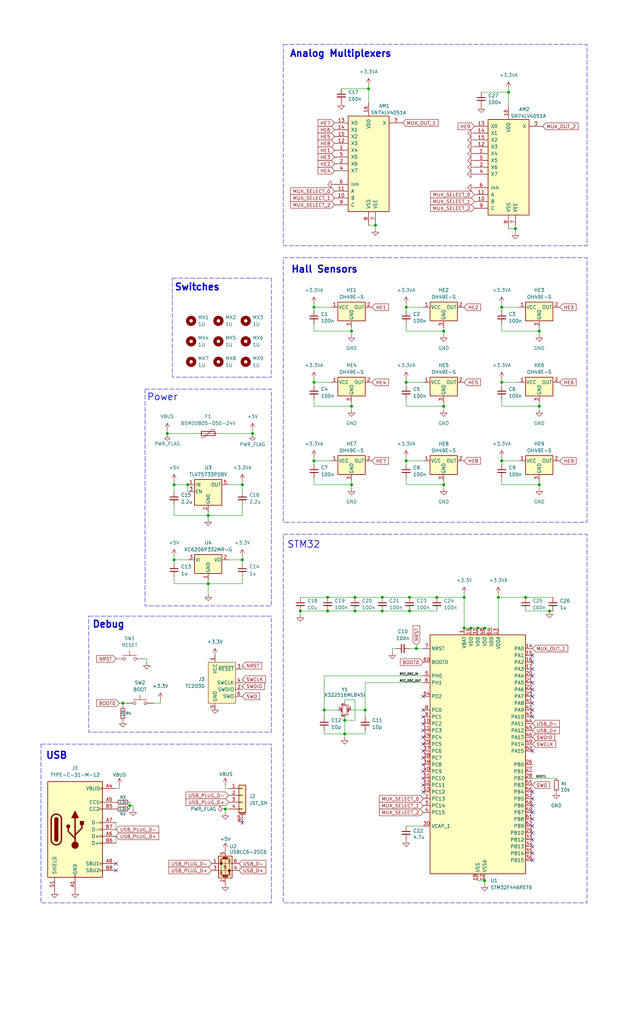
<source format=kicad_sch>
(kicad_sch (version 20250114) (generator "eeschema") (generator_version "9.0")
  (paper "User" 233.68 381)
  (rectangle (start 105.41 95.885) (end 218.44 194.31) (stroke (width 0) (type dash)))
  (rectangle (start 33.02 229.235) (end 100.965 272.415) (stroke (width 0) (type dash)))
  (rectangle (start 105.41 16.51) (end 218.44 91.44) (stroke (width 0) (type dash)))
  (rectangle (start 15.24 276.86) (end 100.965 335.915) (stroke (width 0) (type dash)))
  (rectangle (start 64.135 103.505) (end 100.965 140.335) (stroke (width 0) (type dash)))
  (rectangle (start 105.41 198.755) (end 218.44 335.915) (stroke (width 0) (type dash)))
  (rectangle (start 53.975 144.78) (end 100.965 225.425) (stroke (width 0) (type dash)))
  (text "Analog Multiplexers" (at 107.696 20.066 0) (effects (font (size 2.54 2.54) (thickness 0.508) (bold yes)) (justify left)))
  (text "STM32" (at 113.03 202.692 0) (effects (font (size 2.54 2.54) (thickness 0.254) (bold yes))))
  (text "USB" (at 21.082 281.178 0) (effects (font (size 2.54 2.54) (thickness 0.508) (bold yes))))
  (text "Power" (at 60.452 147.828 0) (effects (font (size 2.54 2.54) (thickness 0.254) (bold yes))))
  (text "Switches" (at 73.406 106.934 0) (effects (font (size 2.54 2.54) (thickness 0.508) (bold yes))))
  (text "Hall Sensors" (at 108.204 100.33 0) (effects (font (size 2.54 2.54) (thickness 0.508) (bold yes)) (justify left)))
  (text "Debug" (at 40.386 232.41 0) (effects (font (size 2.54 2.54) (thickness 0.508) (bold yes))))
  (junction (at 191.77 85.09))
  (junction (at 186.69 114.3))
  (junction (at 128.27 267.97))
  (junction (at 93.98 161.29))
  (junction (at 185.42 222.25))
  (junction (at 45.72 261.62))
  (junction (at 130.81 180.34))
  (junction (at 172.72 233.68))
  (junction (at 77.47 217.17))
  (junction (at 120.65 264.16))
  (junction (at 139.7 83.82))
  (junction (at 48.26 299.72))
  (junction (at 111.76 227.33))
  (junction (at 180.34 233.68))
  (junction (at 62.23 161.29))
  (junction (at 83.82 300.99))
  (junction (at 130.81 123.19))
  (junction (at 195.58 222.25))
  (junction (at 152.4 222.25))
  (junction (at 152.4 227.33))
  (junction (at 132.08 227.33))
  (junction (at 90.17 208.28))
  (junction (at 177.8 233.68))
  (junction (at 172.72 222.25))
  (junction (at 186.69 171.45))
  (junction (at 142.24 227.33))
  (junction (at 200.66 123.19))
  (junction (at 175.26 233.68))
  (junction (at 130.81 151.13))
  (junction (at 204.47 227.33))
  (junction (at 116.84 171.45))
  (junction (at 165.1 151.13))
  (junction (at 180.34 327.66))
  (junction (at 162.56 222.25))
  (junction (at 77.47 191.77))
  (junction (at 132.08 222.25))
  (junction (at 154.94 241.3))
  (junction (at 200.66 151.13))
  (junction (at 137.16 33.02))
  (junction (at 135.89 264.16))
  (junction (at 165.1 123.19))
  (junction (at 151.13 142.24))
  (junction (at 116.84 114.3))
  (junction (at 189.23 34.29))
  (junction (at 151.13 114.3))
  (junction (at 128.27 273.05))
  (junction (at 186.69 142.24))
  (junction (at 151.13 171.45))
  (junction (at 64.77 208.28))
  (junction (at 200.66 180.34))
  (junction (at 142.24 222.25))
  (junction (at 121.92 222.25))
  (junction (at 121.92 227.33))
  (junction (at 64.77 180.34))
  (junction (at 69.85 180.34))
  (junction (at 116.84 142.24))
  (junction (at 165.1 180.34))
  (junction (at 90.17 180.34))
  (no_connect (at 157.48 281.94))
  (no_connect (at 198.12 317.5))
  (no_connect (at 198.12 307.34))
  (no_connect (at 198.12 309.88))
  (no_connect (at 157.48 279.4))
  (no_connect (at 198.12 248.92))
  (no_connect (at 198.12 259.08))
  (no_connect (at 198.12 312.42))
  (no_connect (at 198.12 279.4))
  (no_connect (at 157.48 276.86))
  (no_connect (at 198.12 264.16))
  (no_connect (at 157.48 274.32))
  (no_connect (at 198.12 320.04))
  (no_connect (at 198.12 256.54))
  (no_connect (at 198.12 294.64))
  (no_connect (at 198.12 299.72))
  (no_connect (at 90.17 306.07))
  (no_connect (at 43.18 321.31))
  (no_connect (at 198.12 243.84))
  (no_connect (at 43.18 323.85))
  (no_connect (at 198.12 261.62))
  (no_connect (at 157.48 269.24))
  (no_connect (at 198.12 302.26))
  (no_connect (at 157.48 266.7))
  (no_connect (at 157.48 289.56))
  (no_connect (at 157.48 259.08))
  (no_connect (at 157.48 292.1))
  (no_connect (at 198.12 266.7))
  (no_connect (at 198.12 254))
  (no_connect (at 157.48 271.78))
  (no_connect (at 198.12 251.46))
  (no_connect (at 198.12 314.96))
  (no_connect (at 198.12 304.8))
  (no_connect (at 198.12 246.38))
  (no_connect (at 157.48 294.64))
  (no_connect (at 157.48 284.48))
  (no_connect (at 198.12 297.18))
  (no_connect (at 157.48 264.16))
  (no_connect (at 157.48 287.02))
  (wire (pts (xy 130.81 180.34) (xy 130.81 179.07)))
  (wire (pts (xy 116.84 170.18) (xy 116.84 171.45)))
  (wire (pts (xy 177.8 327.66) (xy 180.34 327.66)))
  (wire (pts (xy 77.47 193.04) (xy 77.47 191.77)))
  (wire (pts (xy 186.69 180.34) (xy 200.66 180.34)))
  (wire (pts (xy 132.08 222.25) (xy 142.24 222.25)))
  (wire (pts (xy 44.45 261.62) (xy 45.72 261.62)))
  (wire (pts (xy 111.76 227.33) (xy 121.92 227.33)))
  (wire (pts (xy 135.89 273.05) (xy 135.89 271.78)))
  (wire (pts (xy 151.13 307.34) (xy 157.48 307.34)))
  (wire (pts (xy 64.77 180.34) (xy 64.77 182.88)))
  (wire (pts (xy 195.58 222.25) (xy 205.74 222.25)))
  (wire (pts (xy 137.16 33.02) (xy 137.16 38.1)))
  (wire (pts (xy 128.27 273.05) (xy 128.27 274.32)))
  (wire (pts (xy 175.26 233.68) (xy 177.8 233.68)))
  (wire (pts (xy 53.34 245.11) (xy 54.61 245.11)))
  (wire (pts (xy 43.18 311.15) (xy 43.18 313.69)))
  (wire (pts (xy 172.72 222.25) (xy 172.72 233.68)))
  (wire (pts (xy 205.74 227.33) (xy 204.47 227.33)))
  (wire (pts (xy 111.76 222.25) (xy 121.92 222.25)))
  (wire (pts (xy 186.69 171.45) (xy 186.69 172.72)))
  (wire (pts (xy 83.82 300.99) (xy 85.09 300.99)))
  (wire (pts (xy 83.82 302.26) (xy 83.82 300.99)))
  (wire (pts (xy 151.13 171.45) (xy 151.13 172.72)))
  (wire (pts (xy 146.05 241.3) (xy 147.32 241.3)))
  (wire (pts (xy 130.81 123.19) (xy 130.81 121.92)))
  (wire (pts (xy 116.84 114.3) (xy 123.19 114.3)))
  (wire (pts (xy 142.24 227.33) (xy 152.4 227.33)))
  (wire (pts (xy 48.26 298.45) (xy 48.26 299.72)))
  (wire (pts (xy 200.66 124.46) (xy 200.66 123.19)))
  (wire (pts (xy 186.69 151.13) (xy 200.66 151.13)))
  (wire (pts (xy 120.65 251.46) (xy 157.48 251.46)))
  (wire (pts (xy 186.69 171.45) (xy 193.04 171.45)))
  (wire (pts (xy 186.69 170.18) (xy 186.69 171.45)))
  (wire (pts (xy 116.84 142.24) (xy 116.84 143.51)))
  (wire (pts (xy 165.1 124.46) (xy 165.1 123.19)))
  (wire (pts (xy 151.13 113.03) (xy 151.13 114.3)))
  (wire (pts (xy 120.65 273.05) (xy 128.27 273.05)))
  (wire (pts (xy 45.72 261.62) (xy 46.99 261.62)))
  (wire (pts (xy 77.47 191.77) (xy 90.17 191.77)))
  (wire (pts (xy 151.13 114.3) (xy 157.48 114.3)))
  (wire (pts (xy 142.24 222.25) (xy 152.4 222.25)))
  (wire (pts (xy 200.66 151.13) (xy 200.66 149.86)))
  (wire (pts (xy 154.94 240.03) (xy 154.94 241.3)))
  (wire (pts (xy 127 33.02) (xy 137.16 33.02)))
  (wire (pts (xy 135.89 254) (xy 157.48 254)))
  (wire (pts (xy 132.08 260.35) (xy 132.08 267.97)))
  (wire (pts (xy 165.1 181.61) (xy 165.1 180.34)))
  (wire (pts (xy 146.05 242.57) (xy 146.05 241.3)))
  (wire (pts (xy 121.92 222.25) (xy 132.08 222.25)))
  (wire (pts (xy 132.08 267.97) (xy 128.27 267.97)))
  (wire (pts (xy 77.47 191.77) (xy 77.47 190.5)))
  (wire (pts (xy 195.58 227.33) (xy 204.47 227.33)))
  (wire (pts (xy 62.23 161.29) (xy 73.66 161.29)))
  (wire (pts (xy 200.66 123.19) (xy 200.66 121.92)))
  (wire (pts (xy 64.77 187.96) (xy 64.77 191.77)))
  (wire (pts (xy 165.1 123.19) (xy 165.1 121.92)))
  (wire (pts (xy 186.69 142.24) (xy 193.04 142.24)))
  (wire (pts (xy 69.85 180.34) (xy 64.77 180.34)))
  (wire (pts (xy 151.13 140.97) (xy 151.13 142.24)))
  (wire (pts (xy 116.84 142.24) (xy 123.19 142.24)))
  (wire (pts (xy 152.4 222.25) (xy 162.56 222.25)))
  (wire (pts (xy 151.13 142.24) (xy 151.13 143.51)))
  (wire (pts (xy 151.13 120.65) (xy 151.13 123.19)))
  (wire (pts (xy 139.7 85.09) (xy 139.7 83.82)))
  (wire (pts (xy 135.89 264.16) (xy 135.89 266.7)))
  (wire (pts (xy 128.27 267.97) (xy 128.27 273.05)))
  (wire (pts (xy 125.73 264.16) (xy 120.65 264.16)))
  (wire (pts (xy 90.17 248.92) (xy 90.17 247.65)))
  (wire (pts (xy 186.69 123.19) (xy 200.66 123.19)))
  (wire (pts (xy 186.69 177.8) (xy 186.69 180.34)))
  (wire (pts (xy 116.84 148.59) (xy 116.84 151.13)))
  (wire (pts (xy 179.07 34.29) (xy 189.23 34.29)))
  (wire (pts (xy 116.84 180.34) (xy 130.81 180.34)))
  (wire (pts (xy 151.13 170.18) (xy 151.13 171.45)))
  (wire (pts (xy 64.77 214.63) (xy 64.77 217.17)))
  (wire (pts (xy 162.56 222.25) (xy 172.72 222.25)))
  (wire (pts (xy 90.17 179.07) (xy 90.17 180.34)))
  (wire (pts (xy 43.18 306.07) (xy 43.18 308.61)))
  (wire (pts (xy 48.26 299.72) (xy 48.26 300.99)))
  (wire (pts (xy 151.13 148.59) (xy 151.13 151.13)))
  (wire (pts (xy 186.69 142.24) (xy 186.69 143.51)))
  (wire (pts (xy 198.12 289.56) (xy 207.01 289.56)))
  (wire (pts (xy 90.17 217.17) (xy 90.17 214.63)))
  (wire (pts (xy 81.28 161.29) (xy 93.98 161.29)))
  (wire (pts (xy 90.17 208.28) (xy 90.17 209.55)))
  (wire (pts (xy 120.65 264.16) (xy 120.65 266.7)))
  (wire (pts (xy 200.66 181.61) (xy 200.66 180.34)))
  (wire (pts (xy 151.13 171.45) (xy 157.48 171.45)))
  (wire (pts (xy 186.69 148.59) (xy 186.69 151.13)))
  (wire (pts (xy 180.34 233.68) (xy 182.88 233.68)))
  (wire (pts (xy 90.17 191.77) (xy 90.17 187.96)))
  (wire (pts (xy 177.8 233.68) (xy 180.34 233.68)))
  (wire (pts (xy 151.13 151.13) (xy 165.1 151.13)))
  (wire (pts (xy 83.82 292.1) (xy 83.82 293.37)))
  (wire (pts (xy 111.76 228.6) (xy 111.76 227.33)))
  (wire (pts (xy 116.84 123.19) (xy 130.81 123.19)))
  (wire (pts (xy 191.77 86.36) (xy 191.77 85.09)))
  (wire (pts (xy 130.81 151.13) (xy 130.81 149.86)))
  (wire (pts (xy 172.72 233.68) (xy 175.26 233.68)))
  (wire (pts (xy 165.1 151.13) (xy 165.1 149.86)))
  (wire (pts (xy 121.92 227.33) (xy 132.08 227.33)))
  (wire (pts (xy 43.18 293.37) (xy 44.45 293.37)))
  (wire (pts (xy 77.47 217.17) (xy 90.17 217.17)))
  (wire (pts (xy 116.84 177.8) (xy 116.84 180.34)))
  (wire (pts (xy 151.13 177.8) (xy 151.13 180.34)))
  (wire (pts (xy 130.81 124.46) (xy 130.81 123.19)))
  (wire (pts (xy 130.81 181.61) (xy 130.81 180.34)))
  (wire (pts (xy 128.27 267.97) (xy 128.27 266.7)))
  (wire (pts (xy 59.69 261.62) (xy 59.69 260.35)))
  (wire (pts (xy 120.65 264.16) (xy 120.65 251.46)))
  (wire (pts (xy 189.23 34.29) (xy 189.23 39.37)))
  (wire (pts (xy 137.16 83.82) (xy 139.7 83.82)))
  (wire (pts (xy 185.42 220.98) (xy 185.42 222.25)))
  (wire (pts (xy 116.84 171.45) (xy 123.19 171.45)))
  (wire (pts (xy 90.17 180.34) (xy 90.17 182.88)))
  (wire (pts (xy 132.08 227.33) (xy 142.24 227.33)))
  (wire (pts (xy 80.01 264.16) (xy 80.01 262.89)))
  (wire (pts (xy 189.23 33.02) (xy 189.23 34.29)))
  (wire (pts (xy 64.77 179.07) (xy 64.77 180.34)))
  (wire (pts (xy 45.72 262.89) (xy 45.72 261.62)))
  (wire (pts (xy 116.84 140.97) (xy 116.84 142.24)))
  (wire (pts (xy 151.13 114.3) (xy 151.13 115.57)))
  (wire (pts (xy 189.23 85.09) (xy 191.77 85.09)))
  (wire (pts (xy 165.1 152.4) (xy 165.1 151.13)))
  (wire (pts (xy 120.65 271.78) (xy 120.65 273.05)))
  (wire (pts (xy 200.66 152.4) (xy 200.66 151.13)))
  (wire (pts (xy 152.4 227.33) (xy 162.56 227.33)))
  (wire (pts (xy 90.17 207.01) (xy 90.17 208.28)))
  (wire (pts (xy 116.84 151.13) (xy 130.81 151.13)))
  (wire (pts (xy 77.47 217.17) (xy 77.47 215.9)))
  (wire (pts (xy 172.72 220.98) (xy 172.72 222.25)))
  (wire (pts (xy 64.77 207.01) (xy 64.77 208.28)))
  (wire (pts (xy 186.69 120.65) (xy 186.69 123.19)))
  (wire (pts (xy 151.13 123.19) (xy 165.1 123.19)))
  (wire (pts (xy 151.13 142.24) (xy 157.48 142.24)))
  (wire (pts (xy 152.4 241.3) (xy 154.94 241.3)))
  (wire (pts (xy 85.09 180.34) (xy 90.17 180.34)))
  (wire (pts (xy 200.66 180.34) (xy 200.66 179.07)))
  (wire (pts (xy 165.1 180.34) (xy 165.1 179.07)))
  (wire (pts (xy 69.85 208.28) (xy 64.77 208.28)))
  (wire (pts (xy 64.77 191.77) (xy 77.47 191.77)))
  (wire (pts (xy 154.94 241.3) (xy 157.48 241.3)))
  (wire (pts (xy 49.53 300.99) (xy 49.53 299.72)))
  (wire (pts (xy 186.69 113.03) (xy 186.69 114.3)))
  (wire (pts (xy 128.27 261.62) (xy 128.27 260.35)))
  (wire (pts (xy 135.89 264.16) (xy 135.89 254)))
  (wire (pts (xy 83.82 293.37) (xy 85.09 293.37)))
  (wire (pts (xy 64.77 208.28) (xy 64.77 209.55)))
  (wire (pts (xy 186.69 140.97) (xy 186.69 142.24)))
  (wire (pts (xy 180.34 328.93) (xy 180.34 327.66)))
  (wire (pts (xy 186.69 114.3) (xy 193.04 114.3)))
  (wire (pts (xy 93.98 161.29) (xy 93.98 160.02)))
  (wire (pts (xy 64.77 217.17) (xy 77.47 217.17)))
  (wire (pts (xy 185.42 222.25) (xy 195.58 222.25)))
  (wire (pts (xy 85.09 208.28) (xy 90.17 208.28)))
  (wire (pts (xy 44.45 293.37) (xy 44.45 292.1)))
  (wire (pts (xy 116.84 171.45) (xy 116.84 172.72)))
  (wire (pts (xy 185.42 222.25) (xy 185.42 233.68)))
  (wire (pts (xy 77.47 220.98) (xy 77.47 217.17)))
  (wire (pts (xy 130.81 152.4) (xy 130.81 151.13)))
  (wire (pts (xy 116.84 120.65) (xy 116.84 123.19)))
  (wire (pts (xy 137.16 31.75) (xy 137.16 33.02)))
  (wire (pts (xy 130.81 264.16) (xy 135.89 264.16)))
  (wire (pts (xy 59.69 261.62) (xy 57.15 261.62)))
  (wire (pts (xy 186.69 114.3) (xy 186.69 115.57)))
  (wire (pts (xy 54.61 245.11) (xy 54.61 246.38)))
  (wire (pts (xy 69.85 180.34) (xy 69.85 182.88)))
  (wire (pts (xy 128.27 273.05) (xy 135.89 273.05)))
  (wire (pts (xy 128.27 260.35) (xy 132.08 260.35)))
  (wire (pts (xy 49.53 299.72) (xy 48.26 299.72)))
  (wire (pts (xy 90.17 256.54) (xy 90.17 255.27)))
  (wire (pts (xy 90.17 254) (xy 90.17 252.73)))
  (wire (pts (xy 151.13 180.34) (xy 165.1 180.34)))
  (wire (pts (xy 116.84 114.3) (xy 116.84 115.57)))
  (wire (pts (xy 62.23 161.29) (xy 62.23 160.02)))
  (wire (pts (xy 116.84 113.03) (xy 116.84 114.3)))
  (label "BOOT1" (at 199.39 289.56 0) (effects (font (size 0.762 0.762) (thickness 0.1524) (bold yes))))
  (label "RCC_OSC_OUT" (at 148.59 254 0) (effects (font (size 0.762 0.762) (thickness 0.254) (bold yes))))
  (label "RCC_OSC_IN" (at 148.59 251.46 0) (effects (font (size 0.762 0.762) (thickness 0.254) (bold yes))))
  (global_label "USB_D+" (shape input) (at 88.9 323.85 0) (property "Intersheetrefs" "${INTERSHEET_REFS}" (effects (hide yes))))
  (global_label "HE2" (shape input) (at 124.46 60.96 180) (effects (font (thickness 0.1588))) (property "Intersheetrefs" "${INTERSHEET_REFS}" (effects (hide yes))))
  (global_label "HE5" (shape input) (at 172.72 142.24 0) (effects (font (thickness 0.1588))) (property "Intersheetrefs" "${INTERSHEET_REFS}" (effects (hide yes))))
  (global_label "USB_D-" (shape input) (at 88.9 321.31 0) (property "Intersheetrefs" "${INTERSHEET_REFS}" (effects (hide yes))))
  (global_label "HE5" (shape input) (at 124.46 50.8 180) (effects (font (thickness 0.1588))) (property "Intersheetrefs" "${INTERSHEET_REFS}" (effects (hide yes))))
  (global_label "HE4" (shape input) (at 138.43 142.24 0) (effects (font (thickness 0.1588))) (property "Intersheetrefs" "${INTERSHEET_REFS}" (effects (hide yes))))
  (global_label "HE3" (shape input) (at 124.46 58.42 180) (effects (font (thickness 0.1588))) (property "Intersheetrefs" "${INTERSHEET_REFS}" (effects (hide yes))))
  (global_label "USB_PLUG_D+" (shape input) (at 43.18 311.15 0) (property "Intersheetrefs" "${INTERSHEET_REFS}" (effects (hide yes))))
  (global_label "HE1" (shape input) (at 124.46 55.88 180) (effects (font (thickness 0.1588))) (property "Intersheetrefs" "${INTERSHEET_REFS}" (effects (hide yes))))
  (global_label "HE1" (shape input) (at 138.43 114.3 0) (effects (font (thickness 0.1588))) (property "Intersheetrefs" "${INTERSHEET_REFS}" (effects (hide yes))))
  (global_label "NRST" (shape input) (at 90.17 247.65 0) (property "Intersheetrefs" "${INTERSHEET_REFS}" (effects (hide yes))))
  (global_label "USB_PLUG_D-" (shape input) (at 85.09 295.91 180) (property "Intersheetrefs" "${INTERSHEET_REFS}" (effects (hide yes))))
  (global_label "SWO" (shape input) (at 198.12 292.1 0) (property "Intersheetrefs" "${INTERSHEET_REFS}" (effects (hide yes))))
  (global_label "HE9" (shape input) (at 208.28 171.45 0) (property "Intersheetrefs" "${INTERSHEET_REFS}" (effects (hide yes))))
  (global_label "MUX_SELECT_1" (shape input) (at 157.48 299.72 180) (property "Intersheetrefs" "${INTERSHEET_REFS}" (effects (hide yes))))
  (global_label "USB_D+" (shape input) (at 198.12 271.78 0) (property "Intersheetrefs" "${INTERSHEET_REFS}" (effects (hide yes))))
  (global_label "MUX_SELECT_0" (shape input) (at 176.53 72.39 180) (property "Intersheetrefs" "${INTERSHEET_REFS}" (effects (hide yes))))
  (global_label "BOOT0" (shape input) (at 44.45 261.62 180) (property "Intersheetrefs" "${INTERSHEET_REFS}" (effects (hide yes))))
  (global_label "SWCLK" (shape input) (at 198.12 276.86 0) (property "Intersheetrefs" "${INTERSHEET_REFS}" (effects (hide yes))))
  (global_label "SWDIO" (shape input) (at 90.17 255.27 0) (property "Intersheetrefs" "${INTERSHEET_REFS}" (effects (hide yes))))
  (global_label "NRST" (shape input) (at 154.94 240.03 90) (property "Intersheetrefs" "${INTERSHEET_REFS}" (effects (hide yes))))
  (global_label "SWO" (shape input) (at 90.17 259.08 0) (property "Intersheetrefs" "${INTERSHEET_REFS}" (effects (hide yes))))
  (global_label "HE9" (shape input) (at 176.53 46.99 180) (property "Intersheetrefs" "${INTERSHEET_REFS}" (effects (hide yes))))
  (global_label "USB_D-" (shape input) (at 198.12 269.24 0) (property "Intersheetrefs" "${INTERSHEET_REFS}" (effects (hide yes))))
  (global_label "HE7" (shape input) (at 138.43 171.45 0) (effects (font (thickness 0.1588))) (property "Intersheetrefs" "${INTERSHEET_REFS}" (effects (hide yes))))
  (global_label "HE3" (shape input) (at 208.28 114.3 0) (effects (font (thickness 0.1588))) (property "Intersheetrefs" "${INTERSHEET_REFS}" (effects (hide yes))))
  (global_label "USB_PLUG_D+" (shape input) (at 78.74 323.85 180) (property "Intersheetrefs" "${INTERSHEET_REFS}" (effects (hide yes))))
  (global_label "MUX_OUT_2" (shape input) (at 201.93 46.99 0) (effects (font (thickness 0.1588))) (property "Intersheetrefs" "${INTERSHEET_REFS}" (effects (hide yes))))
  (global_label "MUX_SELECT_1" (shape input) (at 124.46 73.66 180) (property "Intersheetrefs" "${INTERSHEET_REFS}" (effects (hide yes))))
  (global_label "USB_PLUG_D+" (shape input) (at 85.09 298.45 180) (property "Intersheetrefs" "${INTERSHEET_REFS}" (effects (hide yes))))
  (global_label "HE6" (shape input) (at 124.46 48.26 180) (effects (font (thickness 0.1588))) (property "Intersheetrefs" "${INTERSHEET_REFS}" (effects (hide yes))))
  (global_label "SWDIO" (shape input) (at 198.12 274.32 0) (property "Intersheetrefs" "${INTERSHEET_REFS}" (effects (hide yes))))
  (global_label "HE4" (shape input) (at 124.46 63.5 180) (effects (font (thickness 0.1588))) (property "Intersheetrefs" "${INTERSHEET_REFS}" (effects (hide yes))))
  (global_label "NRST" (shape input) (at 43.18 245.11 180) (property "Intersheetrefs" "${INTERSHEET_REFS}" (effects (hide yes))))
  (global_label "SWCLK" (shape input) (at 90.17 252.73 0) (property "Intersheetrefs" "${INTERSHEET_REFS}" (effects (hide yes))))
  (global_label "MUX_OUT_1" (shape input) (at 149.86 45.72 0) (effects (font (thickness 0.1588))) (property "Intersheetrefs" "${INTERSHEET_REFS}" (effects (hide yes))))
  (global_label "MUX_SELECT_2" (shape input) (at 157.48 302.26 180) (property "Intersheetrefs" "${INTERSHEET_REFS}" (effects (hide yes))))
  (global_label "MUX_SELECT_0" (shape input) (at 124.46 71.12 180) (property "Intersheetrefs" "${INTERSHEET_REFS}" (effects (hide yes))))
  (global_label "MUX_SELECT_2" (shape input) (at 176.53 77.47 180) (property "Intersheetrefs" "${INTERSHEET_REFS}" (effects (hide yes))))
  (global_label "USB_PLUG_D-" (shape input) (at 43.18 308.61 0) (property "Intersheetrefs" "${INTERSHEET_REFS}" (effects (hide yes))))
  (global_label "MUX_SELECT_1" (shape input) (at 176.53 74.93 180) (property "Intersheetrefs" "${INTERSHEET_REFS}" (effects (hide yes))))
  (global_label "HE6" (shape input) (at 208.28 142.24 0) (effects (font (thickness 0.1588))) (property "Intersheetrefs" "${INTERSHEET_REFS}" (effects (hide yes))))
  (global_label "MUX_SELECT_0" (shape input) (at 157.48 297.18 180) (property "Intersheetrefs" "${INTERSHEET_REFS}" (effects (hide yes))))
  (global_label "HE7" (shape input) (at 124.46 45.72 180) (effects (font (thickness 0.1588))) (property "Intersheetrefs" "${INTERSHEET_REFS}" (effects (hide yes))))
  (global_label "USB_PLUG_D-" (shape input) (at 78.74 321.31 180) (property "Intersheetrefs" "${INTERSHEET_REFS}" (effects (hide yes))))
  (global_label "MUX_SELECT_2" (shape input) (at 124.46 76.2 180) (property "Intersheetrefs" "${INTERSHEET_REFS}" (effects (hide yes))))
  (global_label "HE8" (shape input) (at 172.72 171.45 0) (property "Intersheetrefs" "${INTERSHEET_REFS}" (effects (hide yes))))
  (global_label "HE2" (shape input) (at 172.72 114.3 0) (effects (font (thickness 0.1588))) (property "Intersheetrefs" "${INTERSHEET_REFS}" (effects (hide yes))))
  (global_label "HE8" (shape input) (at 124.46 53.34 180) (property "Intersheetrefs" "${INTERSHEET_REFS}" (effects (hide yes))))
  (global_label "MUX_OUT_1" (shape input) (at 198.12 241.3 0) (effects (font (thickness 0.1588))) (property "Intersheetrefs" "${INTERSHEET_REFS}" (effects (hide yes))))
  (global_label "BOOT0" (shape input) (at 157.48 246.38 180) (property "Intersheetrefs" "${INTERSHEET_REFS}" (effects (hide yes))))
  (symbol (lib_id "power:+3.3V") (at 90.17 207.01 0) (unit 1)
    (property "Reference" "#PWR025" (effects (hide yes)))
    (property "Value" "+3.3V" (at 90.17 201.93 0))
    (property "Description" "Power symbol creates a global label with name \"+3.3V\"" (effects (hide yes)))
  )
  (symbol (lib_id "Switch:SW_Push") (at 48.26 245.11 0) (unit 1)
    (property "Reference" "SW1" (at 48.26 237.49 0))
    (property "Value" "RESET" (at 48.26 240.03 0))
    (property "Footprint" "Button_Switch_SMD:SW_Push_1P1T_NO_CK_KMR2" (effects (hide yes)))
    (property "Description" "Push button switch, generic, two pins" (effects (hide yes)))
  )
  (symbol (lib_id "power:GND") (at 165.1 152.4 0) (unit 1)
    (property "Reference" "#PWR045" (effects (hide yes)))
    (property "Value" "GND" (at 165.1 157.48 0))
    (property "Description" "Power symbol creates a global label with name \"GND\" , ground" (effects (hide yes)))
  )
  (symbol (lib_id "Device:C_Small") (at 127 35.56 0) (unit 1)
    (property "Reference" "C17" (at 129.54 34.2962 0) (effects (justify left)))
    (property "Value" "100n" (at 129.54 36.8362 0) (effects (justify left)))
    (property "Footprint" "Capacitor_SMD:C_0402_1005Metric" (effects (hide yes)))
    (property "Description" "Unpolarized capacitor, small symbol" (effects (hide yes)))
  )
  (symbol (lib_id "power:VBUS") (at 44.45 292.1 0) (unit 1)
    (property "Reference" "#PWR012" (effects (hide yes)))
    (property "Value" "VBUS" (at 44.45 288.29 0))
    (property "Description" "Power symbol creates a global label with name \"VBUS\"" (effects (hide yes)))
  )
  (symbol (lib_id "HE60:OH49E-S") (at 165.1 171.45 0) (unit 1)
    (property "Reference" "HE8" (at 165.1 165.1 0))
    (property "Value" "OH49E-S" (at 165.1 167.64 0))
    (property "Footprint" "Package_TO_SOT_SMD:SOT-23-3" (effects (hide yes)))
    (property "Datasheet" "https://ohhallsensor.com/wp-content/uploads/2020/08/OH49E-OH49E-S-Hall-effect-linear-IC.pdf" (effects (hide yes)))
  )
  (symbol (lib_id "power:VBUS") (at 62.23 160.02 0) (unit 1)
    (property "Reference" "#PWR029" (effects (hide yes)))
    (property "Value" "VBUS" (at 62.23 154.94 0))
    (property "Description" "Power symbol creates a global label with name \"VBUS\"" (effects (hide yes)))
  )
  (symbol (lib_id "HE60:OH49E-S") (at 200.66 114.3 0) (unit 1)
    (property "Reference" "HE3" (at 200.66 107.95 0))
    (property "Value" "OH49E-S" (at 200.66 110.49 0))
    (property "Footprint" "Package_TO_SOT_SMD:SOT-23-3" (effects (hide yes)))
    (property "Datasheet" "https://ohhallsensor.com/wp-content/uploads/2020/08/OH49E-OH49E-S-Hall-effect-linear-IC.pdf" (effects (hide yes)))
  )
  (symbol (lib_id "power:GND") (at 127 38.1 0) (unit 1)
    (property "Reference" "#PWR032" (effects (hide yes)))
    (property "Value" "GND" (effects (hide yes)))
    (property "Description" "Power symbol creates a global label with name \"GND\" , ground" (effects (hide yes)))
  )
  (symbol (lib_id "Device:C_Small") (at 135.89 269.24 0) (unit 1)
    (property "Reference" "C11" (at 138.43 267.9762 0) (effects (justify left)))
    (property "Value" "10p" (at 138.43 270.5162 0) (effects (justify left)))
    (property "Footprint" "Capacitor_SMD:C_0402_1005Metric" (effects (hide yes)))
    (property "Description" "Unpolarized capacitor, small symbol" (effects (hide yes)))
  )
  (symbol (lib_id "Mechanical:MountingHole") (at 81.28 119.38 0) (unit 1) (exclude_from_sim yes) (in_bom no)
    (property "Reference" "MX2" (at 83.82 118.1099 0) (effects (justify left)))
    (property "Value" "1U" (at 83.82 120.6499 0) (effects (justify left)))
    (property "Footprint" "HE60:MX-1U" (effects (hide yes)))
    (property "Description" "Mounting Hole without connection" (effects (hide yes)))
  )
  (symbol (lib_id "power:GND") (at 83.82 328.93 0) (unit 1)
    (property "Reference" "#PWR017" (effects (hide yes)))
    (property "Value" "GND" (effects (hide yes)))
    (property "Description" "Power symbol creates a global label with name \"GND\" , ground" (effects (hide yes)))
  )
  (symbol (lib_id "power:+5V") (at 64.77 179.07 0) (unit 1)
    (property "Reference" "#PWR026" (effects (hide yes)))
    (property "Value" "+5V" (at 64.77 173.99 0))
    (property "Description" "Power symbol creates a global label with name \"+5V\"" (effects (hide yes)))
  )
  (symbol (lib_id "HE60:OH49E-S") (at 130.81 142.24 0) (unit 1)
    (property "Reference" "HE4" (at 130.81 135.89 0))
    (property "Value" "OH49E-S" (at 130.81 138.43 0))
    (property "Footprint" "Package_TO_SOT_SMD:SOT-23-3" (effects (hide yes)))
    (property "Datasheet" "https://ohhallsensor.com/wp-content/uploads/2020/08/OH49E-OH49E-S-Hall-effect-linear-IC.pdf" (effects (hide yes)))
  )
  (symbol (lib_id "power:+3.3VA") (at 186.69 113.03 0) (unit 1)
    (property "Reference" "#PWR047" (effects (hide yes)))
    (property "Value" "+3.3VA" (at 186.69 107.95 0))
    (property "Description" "Power symbol creates a global label with name \"+3.3VA\"" (effects (hide yes)))
  )
  (symbol (lib_id "power:GND") (at 200.66 152.4 0) (unit 1)
    (property "Reference" "#PWR051" (effects (hide yes)))
    (property "Value" "GND" (at 200.66 157.48 0))
    (property "Description" "Power symbol creates a global label with name \"GND\" , ground" (effects (hide yes)))
  )
  (symbol (lib_id "power:GND") (at 130.81 152.4 0) (unit 1)
    (property "Reference" "#PWR038" (effects (hide yes)))
    (property "Value" "GND" (at 130.81 157.48 0))
    (property "Description" "Power symbol creates a global label with name \"GND\" , ground" (effects (hide yes)))
  )
  (symbol (lib_id "Mechanical:MountingHole") (at 71.12 134.62 0) (unit 1) (exclude_from_sim yes) (in_bom no)
    (property "Reference" "MX7" (at 73.66 133.3499 0) (effects (justify left)))
    (property "Value" "1U" (at 73.66 135.8899 0) (effects (justify left)))
    (property "Footprint" "HE60:MX-1U" (effects (hide yes)))
    (property "Description" "Mounting Hole without connection" (effects (hide yes)))
  )
  (symbol (lib_id "Device:C_Small") (at 116.84 118.11 0) (unit 1)
    (property "Reference" "C1" (at 119.38 116.8462 0) (effects (justify left)))
    (property "Value" "100n" (at 119.38 119.3862 0) (effects (justify left)))
    (property "Footprint" "Capacitor_SMD:C_0402_1005Metric" (effects (hide yes)))
    (property "Description" "Unpolarized capacitor, small symbol" (effects (hide yes)))
  )
  (symbol (lib_id "4xxx:4051") (at 137.16 60.96 0) (unit 1)
    (property "Reference" "AM1" (at 143.002 39.37 0))
    (property "Value" "SN74LV4051A" (at 144.526 41.91 0))
    (property "Footprint" "Package_SO:TSSOP-16_4.4x5mm_P0.65mm" (effects (hide yes)))
    (property "Datasheet" "http://www.intersil.com/content/dam/Intersil/documents/cd40/cd4051bms-52bms-53bms.pdf" (effects (hide yes)))
    (property "Description" "Analog Multiplexer 8 to 1 lins" (effects (hide yes)))
  )
  (symbol (lib_id "power:GND") (at 200.66 124.46 0) (unit 1)
    (property "Reference" "#PWR050" (effects (hide yes)))
    (property "Value" "GND" (at 200.66 129.54 0))
    (property "Description" "Power symbol creates a global label with name \"GND\" , ground" (effects (hide yes)))
  )
  (symbol (lib_id "Device:Crystal_GND24_Small") (at 128.27 264.16 0) (unit 1)
    (property "Reference" "Y1" (at 128.27 256.54 0))
    (property "Value" "X322516MLB4SI" (at 128.27 258.572 0))
    (property "Footprint" "Crystal:Crystal_SMD_3225-4Pin_3.2x2.5mm" (effects (hide yes)))
    (property "Description" "Four pin crystal, GND on pins 2 and 4, small symbol" (effects (hide yes)))
  )
  (symbol (lib_id "power:+3.3VA") (at 116.84 113.03 0) (unit 1)
    (property "Reference" "#PWR035" (effects (hide yes)))
    (property "Value" "+3.3VA" (at 116.84 107.95 0))
    (property "Description" "Power symbol creates a global label with name \"+3.3VA\"" (effects (hide yes)))
  )
  (symbol (lib_id "power:+3.3VA") (at 186.69 140.97 0) (unit 1)
    (property "Reference" "#PWR048" (effects (hide yes)))
    (property "Value" "+3.3VA" (at 186.69 135.89 0))
    (property "Description" "Power symbol creates a global label with name \"+3.3VA\"" (effects (hide yes)))
  )
  (symbol (lib_id "Switch:SW_Push") (at 52.07 261.62 0) (unit 1)
    (property "Reference" "SW2" (at 52.07 254 0))
    (property "Value" "BOOT" (at 52.07 256.54 0))
    (property "Footprint" "Button_Switch_SMD:SW_Push_1P1T_NO_CK_KMR2" (effects (hide yes)))
    (property "Description" "Push button switch, generic, two pins" (effects (hide yes)))
  )
  (symbol (lib_id "HE60:OH49E-S") (at 200.66 171.45 0) (unit 1)
    (property "Reference" "HE9" (at 200.66 165.1 0))
    (property "Value" "OH49E-S" (at 200.66 167.64 0))
    (property "Footprint" "Package_TO_SOT_SMD:SOT-23-3" (effects (hide yes)))
    (property "Datasheet" "https://ohhallsensor.com/wp-content/uploads/2020/08/OH49E-OH49E-S-Hall-effect-linear-IC.pdf" (effects (hide yes)))
  )
  (symbol (lib_id "power:GND") (at 80.01 262.89 0) (unit 1)
    (property "Reference" "#PWR022" (effects (hide yes)))
    (property "Value" "GND" (effects (hide yes)))
    (property "Description" "Power symbol creates a global label with name \"GND\" , ground" (effects (hide yes)))
  )
  (symbol (lib_id "power:GND") (at 83.82 302.26 0) (unit 1)
    (property "Reference" "#PWR014" (effects (hide yes)))
    (property "Value" "GND" (effects (hide yes)))
    (property "Description" "Power symbol creates a global label with name \"GND\" , ground" (effects (hide yes)))
  )
  (symbol (lib_id "power:GND") (at 49.53 300.99 0) (unit 1)
    (property "Reference" "#PWR013" (effects (hide yes)))
    (property "Value" "GND" (effects (hide yes)))
    (property "Description" "Power symbol creates a global label with name \"GND\" , ground" (effects (hide yes)))
  )
  (symbol (lib_id "Mechanical:MountingHole") (at 81.28 134.62 0) (unit 1) (exclude_from_sim yes) (in_bom no)
    (property "Reference" "MX8" (at 83.82 133.3499 0) (effects (justify left)))
    (property "Value" "1U" (at 83.82 135.8899 0) (effects (justify left)))
    (property "Footprint" "HE60:MX-1U" (effects (hide yes)))
    (property "Description" "Mounting Hole without connection" (effects (hide yes)))
  )
  (symbol (lib_id "Mechanical:MountingHole") (at 71.12 119.38 0) (unit 1) (exclude_from_sim yes) (in_bom no)
    (property "Reference" "MX1" (at 73.66 118.1099 0) (effects (justify left)))
    (property "Value" "1U" (at 73.66 120.6499 0) (effects (justify left)))
    (property "Footprint" "HE60:MX-1U" (effects (hide yes)))
    (property "Description" "Mounting Hole without connection" (effects (hide yes)))
  )
  (symbol (lib_id "HE60:OH49E-S") (at 200.66 142.24 0) (unit 1)
    (property "Reference" "HE6" (at 200.66 135.89 0))
    (property "Value" "OH49E-S" (at 200.66 138.43 0))
    (property "Footprint" "Package_TO_SOT_SMD:SOT-23-3" (effects (hide yes)))
    (property "Datasheet" "https://ohhallsensor.com/wp-content/uploads/2020/08/OH49E-OH49E-S-Hall-effect-linear-IC.pdf" (effects (hide yes)))
  )
  (symbol (lib_id "power:GND") (at 45.72 267.97 0) (unit 1)
    (property "Reference" "#PWR020" (effects (hide yes)))
    (property "Value" "GND" (effects (hide yes)))
    (property "Description" "Power symbol creates a global label with name \"GND\" , ground" (effects (hide yes)))
  )
  (symbol (lib_id "power:GND") (at 165.1 124.46 0) (unit 1)
    (property "Reference" "#PWR044" (effects (hide yes)))
    (property "Value" "GND" (at 165.1 129.54 0))
    (property "Description" "Power symbol creates a global label with name \"GND\" , ground" (effects (hide yes)))
  )
  (symbol (lib_id "power:GND") (at 176.53 57.15 270) (unit 1)
    (property "Reference" "#PWR059" (effects (hide yes)))
    (property "Value" "GND" (effects (hide yes)))
    (property "Description" "Power symbol creates a global label with name \"GND\" , ground" (effects (hide yes)))
  )
  (symbol (lib_id "Device:R_Small") (at 45.72 300.99 90) (unit 1)
    (property "Reference" "R2" (at 45.72 302.768 90) (effects (font (size 1.016 1.016))))
    (property "Value" "1.5k" (at 45.72 300.99 90) (effects (font (size 0.889 0.889))))
    (property "Footprint" "Resistor_SMD:R_0402_1005Metric" (effects (hide yes)))
    (property "Description" "Resistor, small symbol" (effects (hide yes)))
  )
  (symbol (lib_id "Power_Protection:USBLC6-2SC6") (at 83.82 321.31 0) (unit 1)
    (property "Reference" "U2" (at 85.344 314.96 0) (effects (justify left)))
    (property "Value" "USBLC6-2SC6" (at 85.344 316.992 0) (effects (justify left)))
    (property "Footprint" "Package_TO_SOT_SMD:SOT-23-6" (effects (hide yes)))
    (property "Datasheet" "https://www.st.com/resource/en/datasheet/usblc6-2.pdf" (effects (hide yes)))
    (property "Description" "Very low capacitance ESD protection diode, 2 data-line, SOT-23-6" (effects (hide yes)))
  )
  (symbol (lib_id "power:GND") (at 139.7 85.09 0) (unit 1)
    (property "Reference" "#PWR034" (effects (hide yes)))
    (property "Value" "GND" (effects (hide yes)))
    (property "Description" "Power symbol creates a global label with name \"GND\" , ground" (effects (hide yes)))
  )
  (symbol (lib_id "HE60:OH49E-S") (at 130.81 171.45 0) (unit 1)
    (property "Reference" "HE7" (at 130.81 165.1 0))
    (property "Value" "OH49E-S" (at 130.81 167.64 0))
    (property "Footprint" "Package_TO_SOT_SMD:SOT-23-3" (effects (hide yes)))
    (property "Datasheet" "https://ohhallsensor.com/wp-content/uploads/2020/08/OH49E-OH49E-S-Hall-effect-linear-IC.pdf" (effects (hide yes)))
  )
  (symbol (lib_id "Mechanical:MountingHole") (at 81.28 127 0) (unit 1) (exclude_from_sim yes) (in_bom no)
    (property "Reference" "MX5" (at 83.82 125.7299 0) (effects (justify left)))
    (property "Value" "1U" (at 83.82 128.2699 0) (effects (justify left)))
    (property "Footprint" "HE60:MX-1U" (effects (hide yes)))
    (property "Description" "Mounting Hole without connection" (effects (hide yes)))
  )
  (symbol (lib_id "power:GND") (at 176.53 69.85 270) (unit 1)
    (property "Reference" "#PWR056" (effects (hide yes)))
    (property "Value" "GND" (effects (hide yes)))
    (property "Description" "Power symbol creates a global label with name \"GND\" , ground" (effects (hide yes)))
  )
  (symbol (lib_id "Device:C_Small") (at 151.13 118.11 0) (unit 1)
    (property "Reference" "C2" (at 153.67 116.8462 0) (effects (justify left)))
    (property "Value" "100n" (at 153.67 119.3862 0) (effects (justify left)))
    (property "Footprint" "Capacitor_SMD:C_0402_1005Metric" (effects (hide yes)))
    (property "Description" "Unpolarized capacitor, small symbol" (effects (hide yes)))
  )
  (symbol (lib_id "power:VBUS") (at 83.82 292.1 0) (unit 1)
    (property "Reference" "#PWR015" (effects (hide yes)))
    (property "Value" "VBUS" (at 84.074 288.036 0))
    (property "Description" "Power symbol creates a global label with name \"VBUS\"" (effects (hide yes)))
  )
  (symbol (lib_id "MCU_ST_STM32F4:STM32F446RETx") (at 177.8 281.94 0) (unit 1)
    (property "Reference" "U1" (at 182.4833 327.66 0) (effects (justify left)))
    (property "Value" "STM32F446RET6" (at 182.4833 330.2 0) (effects (justify left)))
    (property "Footprint" "Package_QFP:LQFP-64_10x10mm_P0.5mm" (effects (hide yes)))
    (property "Datasheet" "https://www.st.com/resource/en/datasheet/stm32f446re.pdf" (effects (hide yes)))
    (property "Description" "STMicroelectronics Arm Cortex-M4 MCU, 512KB flash, 128KB RAM, 180 MHz, 1.8-3.6V, 50 GPIO, LQFP64" (effects (hide yes)))
  )
  (symbol (lib_id "power:GND") (at 165.1 181.61 0) (unit 1)
    (property "Reference" "#PWR046" (effects (hide yes)))
    (property "Value" "GND" (at 165.1 186.69 0))
    (property "Description" "Power symbol creates a global label with name \"GND\" , ground" (effects (hide yes)))
  )
  (symbol (lib_id "Mechanical:MountingHole") (at 91.44 127 0) (unit 1) (exclude_from_sim yes) (in_bom no)
    (property "Reference" "MX6" (at 93.98 125.7299 0) (effects (justify left)))
    (property "Value" "1U" (at 93.98 128.2699 0) (effects (justify left)))
    (property "Footprint" "HE60:MX-1U" (effects (hide yes)))
    (property "Description" "Mounting Hole without connection" (effects (hide yes)))
  )
  (symbol (lib_id "power:GND") (at 176.53 54.61 270) (unit 1)
    (property "Reference" "#PWR062" (effects (hide yes)))
    (property "Value" "GND" (effects (hide yes)))
    (property "Description" "Power symbol creates a global label with name \"GND\" , ground" (effects (hide yes)))
  )
  (symbol (lib_id "power:+3.3VA") (at 151.13 113.03 0) (unit 1)
    (property "Reference" "#PWR041" (effects (hide yes)))
    (property "Value" "+3.3VA" (at 151.13 107.95 0))
    (property "Description" "Power symbol creates a global label with name \"+3.3VA\"" (effects (hide yes)))
  )
  (symbol (lib_id "Device:C_Small") (at 116.84 175.26 0) (unit 1)
    (property "Reference" "C7" (at 119.38 173.9962 0) (effects (justify left)))
    (property "Value" "100n" (at 119.38 176.5362 0) (effects (justify left)))
    (property "Footprint" "Capacitor_SMD:C_0402_1005Metric" (effects (hide yes)))
    (property "Description" "Unpolarized capacitor, small symbol" (effects (hide yes)))
  )
  (symbol (lib_id "power:GND") (at 200.66 181.61 0) (unit 1)
    (property "Reference" "#PWR052" (effects (hide yes)))
    (property "Value" "GND" (at 200.66 186.69 0))
    (property "Description" "Power symbol creates a global label with name \"GND\" , ground" (effects (hide yes)))
  )
  (symbol (lib_id "Device:C_Small") (at 142.24 224.79 0) (unit 1)
    (property "Reference" "C21" (at 144.78 223.5262 0) (effects (justify left)))
    (property "Value" "100n" (at 144.78 226.0662 0) (effects (justify left)))
    (property "Footprint" "Capacitor_SMD:C_0402_1005Metric" (effects (hide yes)))
    (property "Description" "Unpolarized capacitor, small symbol" (effects (hide yes)))
  )
  (symbol (lib_id "power:+3.3VA") (at 185.42 220.98 0) (unit 1)
    (property "Reference" "#PWR04" (effects (hide yes)))
    (property "Value" "+3.3VA" (at 185.42 215.9 0))
    (property "Description" "Power symbol creates a global label with name \"+3.3VA\"" (effects (hide yes)))
  )
  (symbol (lib_id "power:GND") (at 124.46 68.58 270) (unit 1)
    (property "Reference" "#PWR033" (effects (hide yes)))
    (property "Value" "GND" (effects (hide yes)))
    (property "Description" "Power symbol creates a global label with name \"GND\" , ground" (effects (hide yes)))
  )
  (symbol (lib_id "power:+3.3VA") (at 151.13 140.97 0) (unit 1)
    (property "Reference" "#PWR042" (effects (hide yes)))
    (property "Value" "+3.3VA" (at 151.13 135.89 0))
    (property "Description" "Power symbol creates a global label with name \"+3.3VA\"" (effects (hide yes)))
  )
  (symbol (lib_id "power:GND") (at 204.47 227.33 0) (unit 1)
    (property "Reference" "#PWR05" (effects (hide yes)))
    (property "Value" "GND" (effects (hide yes)))
    (property "Description" "Power symbol creates a global label with name \"GND\" , ground" (effects (hide yes)))
  )
  (symbol (lib_id "Device:C_Small") (at 151.13 309.88 0) (unit 1)
    (property "Reference" "C22" (at 153.67 309.118 0) (effects (justify left)))
    (property "Value" "4.7u" (at 153.67 311.404 0) (effects (justify left)))
    (property "Footprint" "Capacitor_SMD:C_0603_1608Metric" (effects (hide yes)))
    (property "Description" "Unpolarized capacitor, small symbol" (effects (hide yes)))
  )
  (symbol (lib_id "HE60:OH49E-S") (at 130.81 114.3 0) (unit 1)
    (property "Reference" "HE1" (at 130.81 107.95 0))
    (property "Value" "OH49E-S" (at 130.81 110.49 0))
    (property "Footprint" "Package_TO_SOT_SMD:SOT-23-3" (effects (hide yes)))
    (property "Datasheet" "https://ohhallsensor.com/wp-content/uploads/2020/08/OH49E-OH49E-S-Hall-effect-linear-IC.pdf" (effects (hide yes)))
  )
  (symbol (lib_id "Device:C_Small") (at 116.84 146.05 0) (unit 1)
    (property "Reference" "C4" (at 119.38 144.7862 0) (effects (justify left)))
    (property "Value" "100n" (at 119.38 147.3262 0) (effects (justify left)))
    (property "Footprint" "Capacitor_SMD:C_0402_1005Metric" (effects (hide yes)))
    (property "Description" "Unpolarized capacitor, small symbol" (effects (hide yes)))
  )
  (symbol (lib_id "power:GND") (at 179.07 39.37 0) (unit 1)
    (property "Reference" "#PWR053" (effects (hide yes)))
    (property "Value" "GND" (effects (hide yes)))
    (property "Description" "Power symbol creates a global label with name \"GND\" , ground" (effects (hide yes)))
  )
  (symbol (lib_id "Device:C_Small") (at 121.92 224.79 0) (unit 1)
    (property "Reference" "C19" (at 124.46 223.5262 0) (effects (justify left)))
    (property "Value" "100n" (at 124.46 226.0662 0) (effects (justify left)))
    (property "Footprint" "Capacitor_SMD:C_0402_1005Metric" (effects (hide yes)))
    (property "Description" "Unpolarized capacitor, small symbol" (effects (hide yes)))
  )
  (symbol (lib_id "power:GND") (at 77.47 193.04 0) (unit 1)
    (property "Reference" "#PWR027" (effects (hide yes)))
    (property "Value" "GND" (effects (hide yes)))
    (property "Description" "Power symbol creates a global label with name \"GND\" , ground" (effects (hide yes)))
  )
  (symbol (lib_id "4xxx:4051") (at 189.23 62.23 0) (unit 1)
    (property "Reference" "AM2" (at 195.072 40.64 0))
    (property "Value" "SN74LV4051A" (at 196.596 43.18 0))
    (property "Footprint" "Package_SO:TSSOP-16_4.4x5mm_P0.65mm" (effects (hide yes)))
    (property "Datasheet" "http://www.intersil.com/content/dam/Intersil/documents/cd40/cd4051bms-52bms-53bms.pdf" (effects (hide yes)))
    (property "Description" "Analog Multiplexer 8 to 1 lins" (effects (hide yes)))
  )
  (symbol (lib_id "power:+3.3V") (at 172.72 220.98 0) (unit 1)
    (property "Reference" "#PWR06" (effects (hide yes)))
    (property "Value" "+3.3V" (at 172.72 215.9 0))
    (property "Description" "Power symbol creates a global label with name \"+3.3V\"" (effects (hide yes)))
  )
  (symbol (lib_id "power:GND") (at 130.81 124.46 0) (unit 1)
    (property "Reference" "#PWR036" (effects (hide yes)))
    (property "Value" "GND" (at 130.81 129.54 0))
    (property "Description" "Power symbol creates a global label with name \"GND\" , ground" (effects (hide yes)))
  )
  (symbol (lib_id "power:+5V") (at 64.77 207.01 0) (unit 1)
    (property "Reference" "#PWR024" (effects (hide yes)))
    (property "Value" "+5V" (at 64.77 201.93 0))
    (property "Description" "Power symbol creates a global label with name \"+5V\"" (effects (hide yes)))
  )
  (symbol (lib_id "HE60:OH49E-S") (at 165.1 114.3 0) (unit 1)
    (property "Reference" "HE2" (at 165.1 107.95 0))
    (property "Value" "OH49E-S" (at 165.1 110.49 0))
    (property "Footprint" "Package_TO_SOT_SMD:SOT-23-3" (effects (hide yes)))
    (property "Datasheet" "https://ohhallsensor.com/wp-content/uploads/2020/08/OH49E-OH49E-S-Hall-effect-linear-IC.pdf" (effects (hide yes)))
  )
  (symbol (lib_id "power:GND") (at 176.53 59.69 270) (unit 1)
    (property "Reference" "#PWR060" (effects (hide yes)))
    (property "Value" "GND" (effects (hide yes)))
    (property "Description" "Power symbol creates a global label with name \"GND\" , ground" (effects (hide yes)))
  )
  (symbol (lib_id "HE60:OH49E-S") (at 165.1 142.24 0) (unit 1)
    (property "Reference" "HE5" (at 165.1 135.89 0))
    (property "Value" "OH49E-S" (at 165.1 138.43 0))
    (property "Footprint" "Package_TO_SOT_SMD:SOT-23-3" (effects (hide yes)))
    (property "Datasheet" "https://ohhallsensor.com/wp-content/uploads/2020/08/OH49E-OH49E-S-Hall-effect-linear-IC.pdf" (effects (hide yes)))
  )
  (symbol (lib_id "Mechanical:MountingHole") (at 71.12 127 0) (unit 1) (exclude_from_sim yes) (in_bom no)
    (property "Reference" "MX4" (at 73.66 125.7299 0) (effects (justify left)))
    (property "Value" "1U" (at 73.66 128.2699 0) (effects (justify left)))
    (property "Footprint" "HE60:MX-1U" (effects (hide yes)))
    (property "Description" "Mounting Hole without connection" (effects (hide yes)))
  )
  (symbol (lib_id "Regulator_Linear:TLV75733PDBV") (at 77.47 182.88 0) (unit 1)
    (property "Reference" "U3" (at 77.47 173.99 0))
    (property "Value" "TLV75733PDBV" (at 77.47 176.53 0))
    (property "Footprint" "Package_TO_SOT_SMD:SOT-23-5" (effects (hide yes)))
    (property "Datasheet" "https://www.ti.com/lit/ds/symlink/tlv757p.pdf" (effects (hide yes)))
    (property "Description" "1A Low IQ Small Size Low Dropout Voltage Regulator, Fixed Output 3.3V, SOT-23-5" (effects (hide yes)))
  )
  (symbol (lib_id "power:+3.3VA") (at 116.84 170.18 0) (unit 1)
    (property "Reference" "#PWR039" (effects (hide yes)))
    (property "Value" "+3.3VA" (at 116.84 165.1 0))
    (property "Description" "Power symbol creates a global label with name \"+3.3VA\"" (effects (hide yes)))
  )
  (symbol (lib_id "power:GND") (at 176.53 64.77 270) (unit 1)
    (property "Reference" "#PWR057" (effects (hide yes)))
    (property "Value" "GND" (effects (hide yes)))
    (property "Description" "Power symbol creates a global label with name \"GND\" , ground" (effects (hide yes)))
  )
  (symbol (lib_id "Device:C_Small") (at 120.65 269.24 0) (unit 1)
    (property "Reference" "C12" (at 123.19 267.9762 0) (effects (justify left)))
    (property "Value" "10p" (at 123.19 270.5162 0) (effects (justify left)))
    (property "Footprint" "Capacitor_SMD:C_0402_1005Metric" (effects (hide yes)))
    (property "Description" "Unpolarized capacitor, small symbol" (effects (hide yes)))
  )
  (symbol (lib_id "power:GND") (at 191.77 86.36 0) (unit 1)
    (property "Reference" "#PWR055" (effects (hide yes)))
    (property "Value" "GND" (effects (hide yes)))
    (property "Description" "Power symbol creates a global label with name \"GND\" , ground" (effects (hide yes)))
  )
  (symbol (lib_id "power:GND") (at 54.61 246.38 0) (unit 1)
    (property "Reference" "#PWR018" (effects (hide yes)))
    (property "Value" "GND" (effects (hide yes)))
    (property "Description" "Power symbol creates a global label with name \"GND\" , ground" (effects (hide yes)))
  )
  (symbol (lib_id "Regulator_Linear:XC6206PxxxMR") (at 77.47 208.28 0) (unit 1)
    (property "Reference" "U4" (at 77.47 201.93 0))
    (property "Value" "XC6206P332MR-G" (at 77.47 204.47 0))
    (property "Footprint" "Package_TO_SOT_SMD:SOT-23-3" (effects (hide yes)))
    (property "Datasheet" "https://www.torexsemi.com/file/xc6206/XC6206.pdf" (effects (hide yes)))
    (property "Description" "Positive 60-250mA Low Dropout Regulator, Fixed Output, SOT-23" (effects (hide yes)))
  )
  (symbol (lib_id "power:GND") (at 77.47 220.98 0) (unit 1)
    (property "Reference" "#PWR023" (effects (hide yes)))
    (property "Value" "GND" (effects (hide yes)))
    (property "Description" "Power symbol creates a global label with name \"GND\" , ground" (effects (hide yes)))
  )
  (symbol (lib_id "power:+3.3VA") (at 90.17 179.07 0) (unit 1)
    (property "Reference" "#PWR028" (effects (hide yes)))
    (property "Value" "+3.3VA" (at 90.17 173.99 0))
    (property "Description" "Power symbol creates a global label with name \"+3.3VA\"" (effects (hide yes)))
  )
  (symbol (lib_id "Connector_Generic_MountingPin:Conn_01x04_MountingPin") (at 90.17 295.91 0) (unit 1)
    (property "Reference" "J2" (at 92.71 296.2655 0) (effects (justify left)))
    (property "Value" "JST_SH" (at 92.71 298.8055 0) (effects (justify left)))
    (property "Footprint" "Connector_JST:JST_SH_SM04B-SRSS-TB_1x04-1MP_P1.00mm_Horizontal" (effects (hide yes)))
    (property "Description" "Generic connectable mounting pin connector, single row, 01x04, script generated (kicad-library-utils/schlib/autogen/connector/)" (effects (hide yes)))
  )
  (symbol (lib_id "Device:C_Small") (at 162.56 224.79 0) (unit 1)
    (property "Reference" "C24" (at 165.1 223.5262 0) (effects (justify left)))
    (property "Value" "100n" (at 165.1 226.0662 0) (effects (justify left)))
    (property "Footprint" "Capacitor_SMD:C_0402_1005Metric" (effects (hide yes)))
    (property "Description" "Unpolarized capacitor, small symbol" (effects (hide yes)))
  )
  (symbol (lib_id "power:GND") (at 176.53 52.07 270) (unit 1)
    (property "Reference" "#PWR061" (effects (hide yes)))
    (property "Value" "GND" (effects (hide yes)))
    (property "Description" "Power symbol creates a global label with name \"GND\" , ground" (effects (hide yes)))
  )
  (symbol (lib_id "Mechanical:MountingHole") (at 91.44 134.62 0) (unit 1) (exclude_from_sim yes) (in_bom no)
    (property "Reference" "MX9" (at 93.98 133.3499 0) (effects (justify left)))
    (property "Value" "1U" (at 93.98 135.8899 0) (effects (justify left)))
    (property "Footprint" "HE60:MX-1U" (effects (hide yes)))
    (property "Description" "Mounting Hole without connection" (effects (hide yes)))
  )
  (symbol (lib_id "power:+3.3VA") (at 189.23 33.02 0) (unit 1)
    (property "Reference" "#PWR054" (effects (hide yes)))
    (property "Value" "+3.3VA" (at 189.23 27.94 0))
    (property "Description" "Power symbol creates a global label with name \"+3.3VA\"" (effects (hide yes)))
  )
  (symbol (lib_id "power:GND") (at 207.01 294.64 0) (unit 1)
    (property "Reference" "#PWR03" (effects (hide yes)))
    (property "Value" "GND" (at 207.01 299.72 0))
    (property "Description" "Power symbol creates a global label with name \"GND\" , ground" (effects (hide yes)))
  )
  (symbol (lib_id "power:GND") (at 128.27 274.32 0) (unit 1)
    (property "Reference" "#PWR09" (effects (hide yes)))
    (property "Value" "GND" (effects (hide yes)))
    (property "Description" "Power symbol creates a global label with name \"GND\" , ground" (effects (hide yes)))
  )
  (symbol (lib_id "power:+3.3V") (at 59.69 260.35 0) (unit 1)
    (property "Reference" "#PWR019" (effects (hide yes)))
    (property "Value" "+3.3V" (at 59.69 255.27 0))
    (property "Description" "Power symbol creates a global label with name \"+3.3V\"" (effects (hide yes)))
  )
  (symbol (lib_id "Device:C_Small") (at 64.77 212.09 0) (unit 1)
    (property "Reference" "C13" (at 67.31 210.8262 0) (effects (justify left)))
    (property "Value" "1u" (at 67.31 213.3662 0) (effects (justify left)))
    (property "Footprint" "Capacitor_SMD:C_0603_1608Metric" (effects (hide yes)))
    (property "Description" "Unpolarized capacitor, small symbol" (effects (hide yes)))
  )
  (symbol (lib_id "Connector:Conn_ARM_SWD_TagConnect_TC2030") (at 82.55 254 0) (unit 1) (in_bom no)
    (property "Reference" "J3" (at 76.2 252.7299 0) (effects (justify right)))
    (property "Value" "TC2030" (at 76.2 255.2699 0) (effects (justify right)))
    (property "Footprint" "Connector:Tag-Connect_TC2030-IDC-FP_2x03_P1.27mm_Vertical" (effects (hide yes)))
    (property "Datasheet" "https://www.tag-connect.com/wp-content/uploads/bsk-pdf-manager/TC2030-CTX_1.pdf" (effects (hide yes)))
    (property "Description" "Tag-Connect ARM Cortex SWD JTAG connector, 6 pin" (effects (hide yes)))
  )
  (symbol (lib_id "power:PWR_FLAG") (at 93.98 161.29 180) (unit 1)
    (property "Reference" "#FLG03" (effects (hide yes)))
    (property "Value" "PWR_FLAG" (at 93.98 165.354 0))
    (property "Description" "Special symbol for telling ERC where power comes from" (effects (hide yes)))
  )
  (symbol (lib_id "Device:C_Small") (at 186.69 175.26 0) (unit 1)
    (property "Reference" "C9" (at 189.23 173.9962 0) (effects (justify left)))
    (property "Value" "100n" (at 189.23 176.5362 0) (effects (justify left)))
    (property "Footprint" "Capacitor_SMD:C_0402_1005Metric" (effects (hide yes)))
    (property "Description" "Unpolarized capacitor, small symbol" (effects (hide yes)))
  )
  (symbol (lib_id "Device:Polyfuse") (at 77.47 161.29 90) (unit 1)
    (property "Reference" "F1" (at 77.47 154.94 90))
    (property "Value" "BSMD0805-050-24V" (at 77.47 157.48 90))
    (property "Footprint" "Fuse:Fuse_0805_2012Metric" (effects (hide yes)))
    (property "Description" "Resettable fuse, polymeric positive temperature coefficient" (effects (hide yes)))
  )
  (symbol (lib_id "Device:C_Small") (at 64.77 185.42 0) (unit 1)
    (property "Reference" "C15" (at 67.31 184.1562 0) (effects (justify left)))
    (property "Value" "2.2u" (at 67.31 186.6962 0) (effects (justify left)))
    (property "Footprint" "Capacitor_SMD:C_0603_1608Metric" (effects (hide yes)))
    (property "Description" "Unpolarized capacitor, small symbol" (effects (hide yes)))
  )
  (symbol (lib_id "power:GND") (at 180.34 328.93 0) (unit 1)
    (property "Reference" "#PWR01" (effects (hide yes)))
    (property "Value" "GND" (effects (hide yes)))
    (property "Description" "Power symbol creates a global label with name \"GND\" , ground" (effects (hide yes)))
  )
  (symbol (lib_id "power:GND") (at 146.05 242.57 0) (unit 1)
    (property "Reference" "#PWR08" (effects (hide yes)))
    (property "Value" "GND" (effects (hide yes)))
    (property "Description" "Power symbol creates a global label with name \"GND\" , ground" (effects (hide yes)))
  )
  (symbol (lib_id "power:+3.3VA") (at 186.69 170.18 0) (unit 1)
    (property "Reference" "#PWR049" (effects (hide yes)))
    (property "Value" "+3.3VA" (at 186.69 165.1 0))
    (property "Description" "Power symbol creates a global label with name \"+3.3VA\"" (effects (hide yes)))
  )
  (symbol (lib_id "Device:C_Small") (at 205.74 224.79 0) (unit 1)
    (property "Reference" "C26" (at 208.28 223.5262 0) (effects (justify left)))
    (property "Value" "1u" (at 208.28 226.0662 0) (effects (justify left)))
    (property "Footprint" "Capacitor_SMD:C_0603_1608Metric" (effects (hide yes)))
    (property "Description" "Unpolarized capacitor, small symbol" (effects (hide yes)))
  )
  (symbol (lib_id "power:GND") (at 151.13 312.42 0) (unit 1)
    (property "Reference" "#PWR02" (effects (hide yes)))
    (property "Value" "GND" (effects (hide yes)))
    (property "Description" "Power symbol creates a global label with name \"GND\" , ground" (effects (hide yes)))
  )
  (symbol (lib_id "power:+3.3VA") (at 116.84 140.97 0) (unit 1)
    (property "Reference" "#PWR037" (effects (hide yes)))
    (property "Value" "+3.3VA" (at 116.84 135.89 0))
    (property "Description" "Power symbol creates a global label with name \"+3.3VA\"" (effects (hide yes)))
  )
  (symbol (lib_id "Device:C_Small") (at 149.86 241.3 90) (unit 1)
    (property "Reference" "C10" (at 149.8663 234.95 90))
    (property "Value" "100n" (at 149.8663 237.49 90))
    (property "Footprint" "Capacitor_SMD:C_0402_1005Metric" (effects (hide yes)))
    (property "Description" "Unpolarized capacitor, small symbol" (effects (hide yes)))
  )
  (symbol (lib_id "power:+5V") (at 83.82 316.23 0) (unit 1)
    (property "Reference" "#PWR016" (effects (hide yes)))
    (property "Value" "+5V" (at 83.82 312.166 0))
    (property "Description" "Power symbol creates a global label with name \"+5V\"" (effects (hide yes)))
  )
  (symbol (lib_id "power:GND") (at 27.94 331.47 0) (unit 1)
    (property "Reference" "#PWR011" (effects (hide yes)))
    (property "Value" "GND" (effects (hide yes)))
    (property "Description" "Power symbol creates a global label with name \"GND\" , ground" (effects (hide yes)))
  )
  (symbol (lib_id "Device:C_Small") (at 90.17 212.09 0) (unit 1)
    (property "Reference" "C14" (at 92.71 210.8262 0) (effects (justify left)))
    (property "Value" "1u" (at 92.71 213.3662 0) (effects (justify left)))
    (property "Footprint" "Capacitor_SMD:C_0603_1608Metric" (effects (hide yes)))
    (property "Description" "Unpolarized capacitor, small symbol" (effects (hide yes)))
  )
  (symbol (lib_id "power:GND") (at 130.81 181.61 0) (unit 1)
    (property "Reference" "#PWR040" (effects (hide yes)))
    (property "Value" "GND" (at 130.81 186.69 0))
    (property "Description" "Power symbol creates a global label with name \"GND\" , ground" (effects (hide yes)))
  )
  (symbol (lib_id "Device:C_Small") (at 151.13 175.26 0) (unit 1)
    (property "Reference" "C8" (at 153.67 173.9962 0) (effects (justify left)))
    (property "Value" "100n" (at 153.67 176.5362 0) (effects (justify left)))
    (property "Footprint" "Capacitor_SMD:C_0402_1005Metric" (effects (hide yes)))
    (property "Description" "Unpolarized capacitor, small symbol" (effects (hide yes)))
  )
  (symbol (lib_id "power:+3.3V") (at 80.01 243.84 0) (unit 1)
    (property "Reference" "#PWR021" (effects (hide yes)))
    (property "Value" "+3.3V" (at 80.01 238.76 0))
    (property "Description" "Power symbol creates a global label with name \"+3.3V\"" (effects (hide yes)))
  )
  (symbol (lib_id "Device:R_Small") (at 45.72 298.45 90) (unit 1)
    (property "Reference" "R3" (at 45.72 296.672 90) (effects (font (size 1.016 1.016))))
    (property "Value" "1.5k" (at 45.72 298.45 90) (effects (font (size 0.889 0.889))))
    (property "Footprint" "Resistor_SMD:R_0402_1005Metric" (effects (hide yes)))
    (property "Description" "Resistor, small symbol" (effects (hide yes)))
  )
  (symbol (lib_id "power:PWR_FLAG") (at 83.82 300.99 90) (unit 1)
    (property "Reference" "#FLG01" (effects (hide yes)))
    (property "Value" "PWR_FLAG" (at 80.518 300.99 90) (effects (justify left)))
    (property "Description" "Special symbol for telling ERC where power comes from" (effects (hide yes)))
  )
  (symbol (lib_id "Device:C_Small") (at 186.69 146.05 0) (unit 1)
    (property "Reference" "C6" (at 189.23 144.7862 0) (effects (justify left)))
    (property "Value" "100n" (at 189.23 147.3262 0) (effects (justify left)))
    (property "Footprint" "Capacitor_SMD:C_0402_1005Metric" (effects (hide yes)))
    (property "Description" "Unpolarized capacitor, small symbol" (effects (hide yes)))
  )
  (symbol (lib_id "Device:C_Small") (at 111.76 224.79 0) (unit 1)
    (property "Reference" "C18" (at 114.3 223.5262 0) (effects (justify left)))
    (property "Value" "10u" (at 114.3 226.0662 0) (effects (justify left)))
    (property "Footprint" "Capacitor_SMD:C_0603_1608Metric" (effects (hide yes)))
    (property "Description" "Unpolarized capacitor, small symbol" (effects (hide yes)))
  )
  (symbol (lib_id "Device:C_Small") (at 186.69 118.11 0) (unit 1)
    (property "Reference" "C3" (at 189.23 116.8462 0) (effects (justify left)))
    (property "Value" "100n" (at 189.23 119.3862 0) (effects (justify left)))
    (property "Footprint" "Capacitor_SMD:C_0402_1005Metric" (effects (hide yes)))
    (property "Description" "Unpolarized capacitor, small symbol" (effects (hide yes)))
  )
  (symbol (lib_id "power:GND") (at 111.76 228.6 0) (unit 1)
    (property "Reference" "#PWR07" (effects (hide yes)))
    (property "Value" "GND" (effects (hide yes)))
    (property "Description" "Power symbol creates a global label with name \"GND\" , ground" (effects (hide yes)))
  )
  (symbol (lib_id "Device:R_Small") (at 45.72 265.43 0) (unit 1)
    (property "Reference" "R4" (at 46.736 265.43 0) (effects (font (size 1.016 1.016)) (justify left)))
    (property "Value" "10k" (at 45.72 266.7 90) (effects (font (size 0.889 0.889)) (justify left)))
    (property "Footprint" "Resistor_SMD:R_0402_1005Metric" (effects (hide yes)))
    (property "Description" "Resistor, small symbol" (effects (hide yes)))
  )
  (symbol (lib_id "Device:C_Small") (at 132.08 224.79 0) (unit 1)
    (property "Reference" "C20" (at 134.62 223.5262 0) (effects (justify left)))
    (property "Value" "100n" (at 134.62 226.0662 0) (effects (justify left)))
    (property "Footprint" "Capacitor_SMD:C_0402_1005Metric" (effects (hide yes)))
    (property "Description" "Unpolarized capacitor, small symbol" (effects (hide yes)))
  )
  (symbol (lib_id "power:GND") (at 176.53 62.23 270) (unit 1)
    (property "Reference" "#PWR058" (effects (hide yes)))
    (property "Value" "GND" (effects (hide yes)))
    (property "Description" "Power symbol creates a global label with name \"GND\" , ground" (effects (hide yes)))
  )
  (symbol (lib_id "power:+3.3VA") (at 151.13 170.18 0) (unit 1)
    (property "Reference" "#PWR043" (effects (hide yes)))
    (property "Value" "+3.3VA" (at 151.13 165.1 0))
    (property "Description" "Power symbol creates a global label with name \"+3.3VA\"" (effects (hide yes)))
  )
  (symbol (lib_id "power:GND") (at 20.32 331.47 0) (unit 1)
    (property "Reference" "#PWR010" (effects (hide yes)))
    (property "Value" "GND" (effects (hide yes)))
    (property "Description" "Power symbol creates a global label with name \"GND\" , ground" (effects (hide yes)))
  )
  (symbol (lib_id "Device:C_Small") (at 151.13 146.05 0) (unit 1)
    (property "Reference" "C5" (at 153.67 144.7862 0) (effects (justify left)))
    (property "Value" "100n" (at 153.67 147.3262 0) (effects (justify left)))
    (property "Footprint" "Capacitor_SMD:C_0402_1005Metric" (effects (hide yes)))
    (property "Description" "Unpolarized capacitor, small symbol" (effects (hide yes)))
  )
  (symbol (lib_id "Device:C_Small") (at 179.07 36.83 0) (unit 1)
    (property "Reference" "C27" (at 181.61 35.5662 0) (effects (justify left)))
    (property "Value" "100n" (at 181.61 38.1062 0) (effects (justify left)))
    (property "Footprint" "Capacitor_SMD:C_0402_1005Metric" (effects (hide yes)))
    (property "Description" "Unpolarized capacitor, small symbol" (effects (hide yes)))
  )
  (symbol (lib_id "Device:R_Small") (at 207.01 292.1 0) (unit 1)
    (property "Reference" "R1" (at 208.788 291.592 0) (effects (font (size 1.016 1.016)) (justify left)))
    (property "Value" "10k" (at 208.534 293.878 0) (effects (justify left)))
    (property "Footprint" "Resistor_SMD:R_0402_1005Metric" (effects (hide yes)))
    (property "Description" "Resistor, small symbol" (effects (hide yes)))
  )
  (symbol (lib_id "Device:C_Small") (at 152.4 224.79 0) (unit 1)
    (property "Reference" "C23" (at 154.94 223.5262 0) (effects (justify left)))
    (property "Value" "100n" (at 154.94 226.0662 0) (effects (justify left)))
    (property "Footprint" "Capacitor_SMD:C_0402_1005Metric" (effects (hide yes)))
    (property "Description" "Unpolarized capacitor, small symbol" (effects (hide yes)))
  )
  (symbol (lib_id "Mechanical:MountingHole") (at 91.44 119.38 0) (unit 1) (exclude_from_sim yes) (in_bom no)
    (property "Reference" "MX3" (at 93.98 118.1099 0) (effects (justify left)))
    (property "Value" "1U" (at 93.98 120.6499 0) (effects (justify left)))
    (property "Footprint" "HE60:MX-1U" (effects (hide yes)))
    (property "Description" "Mounting Hole without connection" (effects (hide yes)))
  )
  (symbol (lib_id "power:PWR_FLAG") (at 62.23 161.29 180) (unit 1)
    (property "Reference" "#FLG02" (effects (hide yes)))
    (property "Value" "PWR_FLAG" (at 62.23 165.1 0))
    (property "Description" "Special symbol for telling ERC where power comes from" (effects (hide yes)))
  )
  (symbol (lib_id "Device:C_Small") (at 90.17 185.42 0) (unit 1)
    (property "Reference" "C16" (at 92.71 184.1562 0) (effects (justify left)))
    (property "Value" "2.2u" (at 92.71 186.6962 0) (effects (justify left)))
    (property "Footprint" "Capacitor_SMD:C_0603_1608Metric" (effects (hide yes)))
    (property "Description" "Unpolarized capacitor, small symbol" (effects (hide yes)))
  )
  (symbol (lib_id "Device:C_Small") (at 195.58 224.79 0) (unit 1)
    (property "Reference" "C25" (at 198.12 223.5262 0) (effects (justify left)))
    (property "Value" "100n" (at 198.12 226.0662 0) (effects (justify left)))
    (property "Footprint" "Capacitor_SMD:C_0402_1005Metric" (effects (hide yes)))
    (property "Description" "Unpolarized capacitor, small symbol" (effects (hide yes)))
  )
  (symbol (lib_id "power:GND") (at 176.53 49.53 270) (unit 1)
    (property "Reference" "#PWR063" (effects (hide yes)))
    (property "Value" "GND" (effects (hide yes)))
    (property "Description" "Power symbol creates a global label with name \"GND\" , ground" (effects (hide yes)))
  )
  (symbol (lib_id "power:+3.3VA") (at 137.16 31.75 0) (unit 1)
    (property "Reference" "#PWR031" (effects (hide yes)))
    (property "Value" "+3.3VA" (at 137.16 26.67 0))
    (property "Description" "Power symbol creates a global label with name \"+3.3VA\"" (effects (hide yes)))
  )
  (symbol (lib_id "Connector:USB_C_Receptacle_USB2.0_16P") (at 27.94 308.61 0) (unit 1)
    (property "Reference" "J1" (at 27.94 285.75 0))
    (property "Value" "TYPE-C-31-M-12" (at 27.94 288.29 0))
    (property "Footprint" "Connector_USB:USB_C_Receptacle_HRO_TYPE-C-31-M-12" (effects (hide yes)))
    (property "Datasheet" "https://www.usb.org/sites/default/files/documents/usb_type-c.zip" (effects (hide yes)))
    (property "Description" "USB 2.0-only 16P Type-C Receptacle connector" (effects (hide yes)))
  )
  (symbol (lib_id "power:+5V") (at 93.98 160.02 0) (unit 1)
    (property "Reference" "#PWR030" (effects (hide yes)))
    (property "Value" "+5V" (at 93.98 154.94 0))
    (property "Description" "Power symbol creates a global label with name \"+5V\"" (effects (hide yes)))
  )
)
</source>
